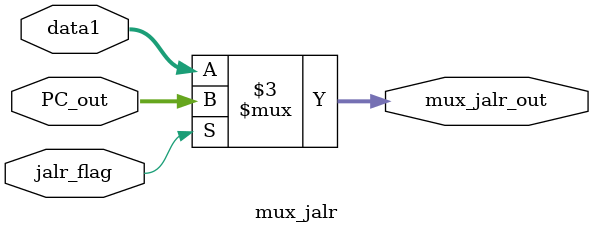
<source format=sv>
`timescale 1ns / 1ps


module mux_jalr #(parameter size = 32) (
    input jalr_flag,
    input [size -1: 0] PC_out,
    input [size -1: 0] data1,
    output logic [size -1: 0] mux_jalr_out
    );
    
    always_comb
        begin
            if(jalr_flag)
                mux_jalr_out = PC_out;
            else
                mux_jalr_out = data1;        
        end
endmodule

</source>
